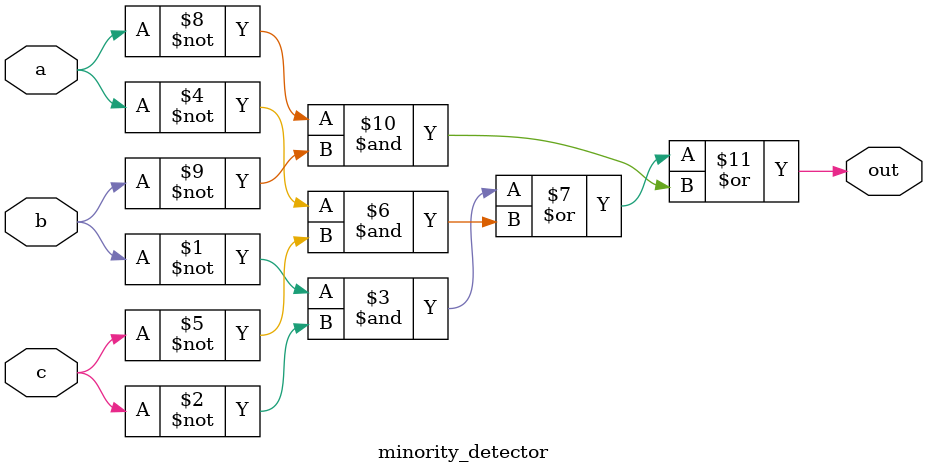
<source format=sv>
module minority_detector(input a,b,c, output out);
  assign out = ~b&~c | ~a&~c | ~a&~b;
endmodule
</source>
